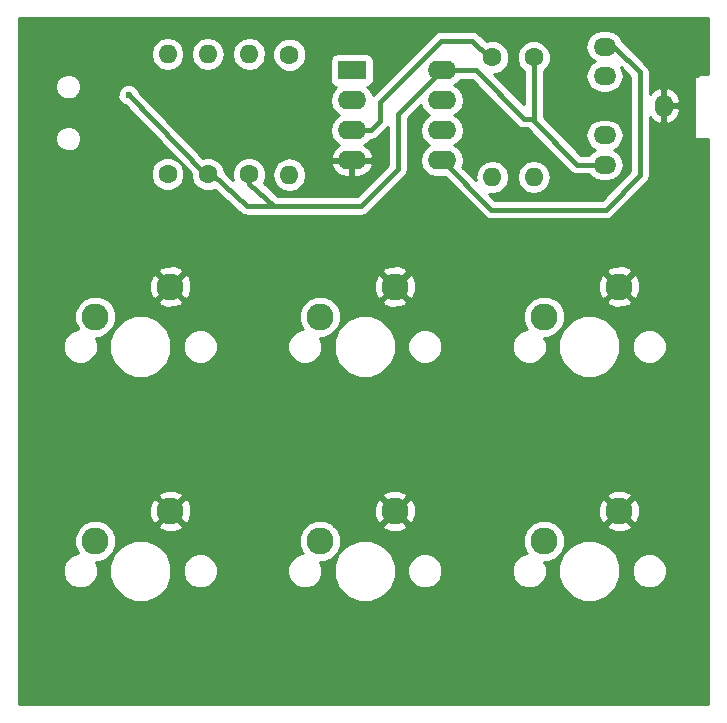
<source format=gbl>
G04 #@! TF.FileFunction,Copper,L2,Bot,Signal*
%FSLAX46Y46*%
G04 Gerber Fmt 4.6, Leading zero omitted, Abs format (unit mm)*
G04 Created by KiCad (PCBNEW 4.0.6) date Sunday, July 23, 2017 'AMt' 03:34:07 AM*
%MOMM*%
%LPD*%
G01*
G04 APERTURE LIST*
%ADD10C,0.100000*%
%ADD11C,2.286000*%
%ADD12O,1.524000X1.900000*%
%ADD13O,1.900000X1.524000*%
%ADD14R,2.400000X1.600000*%
%ADD15O,2.400000X1.600000*%
%ADD16C,1.600000*%
%ADD17O,1.600000X1.600000*%
%ADD18C,0.600000*%
%ADD19C,0.400000*%
%ADD20C,0.254000*%
G04 APERTURE END LIST*
D10*
D11*
X123412000Y-113947000D03*
X117062000Y-116487000D03*
X142412000Y-94947000D03*
X136062000Y-97487000D03*
D12*
X165172000Y-79627000D03*
D13*
X160172000Y-82127000D03*
X160172000Y-77127000D03*
X160172000Y-84627000D03*
X160172000Y-74627000D03*
D14*
X138772000Y-76627000D03*
D15*
X146392000Y-84247000D03*
X138772000Y-79167000D03*
X146392000Y-81707000D03*
X138772000Y-81707000D03*
X146392000Y-79167000D03*
X138772000Y-84247000D03*
X146392000Y-76627000D03*
D16*
X126572000Y-85427000D03*
D17*
X126572000Y-75267000D03*
D16*
X123172000Y-85427000D03*
D17*
X123172000Y-75267000D03*
D16*
X130072000Y-85427000D03*
D17*
X130072000Y-75267000D03*
D16*
X133472000Y-75327000D03*
D17*
X133472000Y-85487000D03*
D16*
X154172000Y-75527000D03*
D17*
X154172000Y-85687000D03*
D16*
X150672000Y-75527000D03*
D17*
X150672000Y-85687000D03*
D11*
X123412000Y-94947000D03*
X117062000Y-97487000D03*
X142412000Y-113947000D03*
X136062000Y-116487000D03*
X161412000Y-94947000D03*
X155062000Y-97487000D03*
X161412000Y-113947000D03*
X155062000Y-116487000D03*
D18*
X119872000Y-78727000D03*
D19*
X119872000Y-78727000D02*
X126372000Y-85427000D01*
X126372000Y-85427000D02*
X126572000Y-85427000D01*
X130072000Y-85427000D02*
X130072000Y-86227000D01*
X130072000Y-86227000D02*
X132172000Y-88127000D01*
X126572000Y-85427000D02*
X126972000Y-85427000D01*
X126972000Y-85427000D02*
X129872000Y-88127000D01*
X129872000Y-88127000D02*
X132172000Y-88127000D01*
X132172000Y-88127000D02*
X139572000Y-88127000D01*
X139572000Y-88127000D02*
X142672000Y-85027000D01*
X142672000Y-85027000D02*
X142672000Y-80347000D01*
X142672000Y-80347000D02*
X146392000Y-76627000D01*
X146392000Y-76627000D02*
X149272000Y-76627000D01*
X153372000Y-80727000D02*
X154172000Y-80727000D01*
X149272000Y-76627000D02*
X153372000Y-80727000D01*
X160172000Y-84627000D02*
X157872000Y-84627000D01*
X154172000Y-80927000D02*
X154172000Y-80727000D01*
X154172000Y-80727000D02*
X154172000Y-75527000D01*
X157872000Y-84627000D02*
X154172000Y-80927000D01*
X150672000Y-75527000D02*
X150372000Y-75527000D01*
X150372000Y-75527000D02*
X148972000Y-74127000D01*
X140392000Y-81707000D02*
X138772000Y-81707000D01*
X141172000Y-80927000D02*
X140392000Y-81707000D01*
X141172000Y-79307000D02*
X141172000Y-80927000D01*
X146352000Y-74127000D02*
X141172000Y-79307000D01*
X148972000Y-74127000D02*
X146352000Y-74127000D01*
X160172000Y-74627000D02*
X160972000Y-74627000D01*
X160972000Y-74627000D02*
X163172000Y-76827000D01*
X163172000Y-76827000D02*
X163172000Y-85527000D01*
X163172000Y-85527000D02*
X160272000Y-88427000D01*
X160272000Y-88427000D02*
X150572000Y-88427000D01*
X150572000Y-88427000D02*
X146392000Y-84247000D01*
D20*
G36*
X168962000Y-76917000D02*
X168472000Y-76917000D01*
X168200295Y-76971046D01*
X168007301Y-77100000D01*
X167872000Y-77100000D01*
X167822590Y-77110006D01*
X167780965Y-77138447D01*
X167753685Y-77180841D01*
X167745000Y-77227000D01*
X167745000Y-82327000D01*
X167755006Y-82376410D01*
X167783447Y-82418035D01*
X167825841Y-82445315D01*
X167872000Y-82454000D01*
X168962000Y-82454000D01*
X168962000Y-130317000D01*
X110582000Y-130317000D01*
X110582000Y-119321267D01*
X114305842Y-119321267D01*
X114531580Y-119867595D01*
X114949206Y-120285951D01*
X115495139Y-120512642D01*
X116086267Y-120513158D01*
X116632595Y-120287420D01*
X117050951Y-119869794D01*
X117184726Y-119547626D01*
X118242645Y-119547626D01*
X118642028Y-120514207D01*
X119380904Y-121254373D01*
X120346785Y-121655442D01*
X121392626Y-121656355D01*
X122359207Y-121256972D01*
X123099373Y-120518096D01*
X123500442Y-119552215D01*
X123500643Y-119321267D01*
X124465842Y-119321267D01*
X124691580Y-119867595D01*
X125109206Y-120285951D01*
X125655139Y-120512642D01*
X126246267Y-120513158D01*
X126792595Y-120287420D01*
X127210951Y-119869794D01*
X127437642Y-119323861D01*
X127437644Y-119321267D01*
X133305842Y-119321267D01*
X133531580Y-119867595D01*
X133949206Y-120285951D01*
X134495139Y-120512642D01*
X135086267Y-120513158D01*
X135632595Y-120287420D01*
X136050951Y-119869794D01*
X136184726Y-119547626D01*
X137242645Y-119547626D01*
X137642028Y-120514207D01*
X138380904Y-121254373D01*
X139346785Y-121655442D01*
X140392626Y-121656355D01*
X141359207Y-121256972D01*
X142099373Y-120518096D01*
X142500442Y-119552215D01*
X142500643Y-119321267D01*
X143465842Y-119321267D01*
X143691580Y-119867595D01*
X144109206Y-120285951D01*
X144655139Y-120512642D01*
X145246267Y-120513158D01*
X145792595Y-120287420D01*
X146210951Y-119869794D01*
X146437642Y-119323861D01*
X146437644Y-119321267D01*
X152305842Y-119321267D01*
X152531580Y-119867595D01*
X152949206Y-120285951D01*
X153495139Y-120512642D01*
X154086267Y-120513158D01*
X154632595Y-120287420D01*
X155050951Y-119869794D01*
X155184726Y-119547626D01*
X156242645Y-119547626D01*
X156642028Y-120514207D01*
X157380904Y-121254373D01*
X158346785Y-121655442D01*
X159392626Y-121656355D01*
X160359207Y-121256972D01*
X161099373Y-120518096D01*
X161500442Y-119552215D01*
X161500643Y-119321267D01*
X162465842Y-119321267D01*
X162691580Y-119867595D01*
X163109206Y-120285951D01*
X163655139Y-120512642D01*
X164246267Y-120513158D01*
X164792595Y-120287420D01*
X165210951Y-119869794D01*
X165437642Y-119323861D01*
X165438158Y-118732733D01*
X165212420Y-118186405D01*
X164794794Y-117768049D01*
X164248861Y-117541358D01*
X163657733Y-117540842D01*
X163111405Y-117766580D01*
X162693049Y-118184206D01*
X162466358Y-118730139D01*
X162465842Y-119321267D01*
X161500643Y-119321267D01*
X161501355Y-118506374D01*
X161101972Y-117539793D01*
X160363096Y-116799627D01*
X159397215Y-116398558D01*
X158351374Y-116397645D01*
X157384793Y-116797028D01*
X156644627Y-117535904D01*
X156243558Y-118501785D01*
X156242645Y-119547626D01*
X155184726Y-119547626D01*
X155277642Y-119323861D01*
X155278158Y-118732733D01*
X155084903Y-118265021D01*
X155414114Y-118265308D01*
X156067840Y-117995194D01*
X156568436Y-117495471D01*
X156839691Y-116842218D01*
X156840308Y-116134886D01*
X156570194Y-115481160D01*
X156292483Y-115202963D01*
X160335642Y-115202963D01*
X160451806Y-115484658D01*
X161113333Y-115735062D01*
X161820329Y-115713249D01*
X162372194Y-115484658D01*
X162488358Y-115202963D01*
X161412000Y-114126605D01*
X160335642Y-115202963D01*
X156292483Y-115202963D01*
X156070471Y-114980564D01*
X155417218Y-114709309D01*
X154709886Y-114708692D01*
X154056160Y-114978806D01*
X153555564Y-115478529D01*
X153284309Y-116131782D01*
X153283692Y-116839114D01*
X153553806Y-117492840D01*
X153601815Y-117540933D01*
X153497733Y-117540842D01*
X152951405Y-117766580D01*
X152533049Y-118184206D01*
X152306358Y-118730139D01*
X152305842Y-119321267D01*
X146437644Y-119321267D01*
X146438158Y-118732733D01*
X146212420Y-118186405D01*
X145794794Y-117768049D01*
X145248861Y-117541358D01*
X144657733Y-117540842D01*
X144111405Y-117766580D01*
X143693049Y-118184206D01*
X143466358Y-118730139D01*
X143465842Y-119321267D01*
X142500643Y-119321267D01*
X142501355Y-118506374D01*
X142101972Y-117539793D01*
X141363096Y-116799627D01*
X140397215Y-116398558D01*
X139351374Y-116397645D01*
X138384793Y-116797028D01*
X137644627Y-117535904D01*
X137243558Y-118501785D01*
X137242645Y-119547626D01*
X136184726Y-119547626D01*
X136277642Y-119323861D01*
X136278158Y-118732733D01*
X136084903Y-118265021D01*
X136414114Y-118265308D01*
X137067840Y-117995194D01*
X137568436Y-117495471D01*
X137839691Y-116842218D01*
X137840308Y-116134886D01*
X137570194Y-115481160D01*
X137292483Y-115202963D01*
X141335642Y-115202963D01*
X141451806Y-115484658D01*
X142113333Y-115735062D01*
X142820329Y-115713249D01*
X143372194Y-115484658D01*
X143488358Y-115202963D01*
X142412000Y-114126605D01*
X141335642Y-115202963D01*
X137292483Y-115202963D01*
X137070471Y-114980564D01*
X136417218Y-114709309D01*
X135709886Y-114708692D01*
X135056160Y-114978806D01*
X134555564Y-115478529D01*
X134284309Y-116131782D01*
X134283692Y-116839114D01*
X134553806Y-117492840D01*
X134601815Y-117540933D01*
X134497733Y-117540842D01*
X133951405Y-117766580D01*
X133533049Y-118184206D01*
X133306358Y-118730139D01*
X133305842Y-119321267D01*
X127437644Y-119321267D01*
X127438158Y-118732733D01*
X127212420Y-118186405D01*
X126794794Y-117768049D01*
X126248861Y-117541358D01*
X125657733Y-117540842D01*
X125111405Y-117766580D01*
X124693049Y-118184206D01*
X124466358Y-118730139D01*
X124465842Y-119321267D01*
X123500643Y-119321267D01*
X123501355Y-118506374D01*
X123101972Y-117539793D01*
X122363096Y-116799627D01*
X121397215Y-116398558D01*
X120351374Y-116397645D01*
X119384793Y-116797028D01*
X118644627Y-117535904D01*
X118243558Y-118501785D01*
X118242645Y-119547626D01*
X117184726Y-119547626D01*
X117277642Y-119323861D01*
X117278158Y-118732733D01*
X117084903Y-118265021D01*
X117414114Y-118265308D01*
X118067840Y-117995194D01*
X118568436Y-117495471D01*
X118839691Y-116842218D01*
X118840308Y-116134886D01*
X118570194Y-115481160D01*
X118292483Y-115202963D01*
X122335642Y-115202963D01*
X122451806Y-115484658D01*
X123113333Y-115735062D01*
X123820329Y-115713249D01*
X124372194Y-115484658D01*
X124488358Y-115202963D01*
X123412000Y-114126605D01*
X122335642Y-115202963D01*
X118292483Y-115202963D01*
X118070471Y-114980564D01*
X117417218Y-114709309D01*
X116709886Y-114708692D01*
X116056160Y-114978806D01*
X115555564Y-115478529D01*
X115284309Y-116131782D01*
X115283692Y-116839114D01*
X115553806Y-117492840D01*
X115601815Y-117540933D01*
X115497733Y-117540842D01*
X114951405Y-117766580D01*
X114533049Y-118184206D01*
X114306358Y-118730139D01*
X114305842Y-119321267D01*
X110582000Y-119321267D01*
X110582000Y-113648333D01*
X121623938Y-113648333D01*
X121645751Y-114355329D01*
X121874342Y-114907194D01*
X122156037Y-115023358D01*
X123232395Y-113947000D01*
X123591605Y-113947000D01*
X124667963Y-115023358D01*
X124949658Y-114907194D01*
X125200062Y-114245667D01*
X125181633Y-113648333D01*
X140623938Y-113648333D01*
X140645751Y-114355329D01*
X140874342Y-114907194D01*
X141156037Y-115023358D01*
X142232395Y-113947000D01*
X142591605Y-113947000D01*
X143667963Y-115023358D01*
X143949658Y-114907194D01*
X144200062Y-114245667D01*
X144181633Y-113648333D01*
X159623938Y-113648333D01*
X159645751Y-114355329D01*
X159874342Y-114907194D01*
X160156037Y-115023358D01*
X161232395Y-113947000D01*
X161591605Y-113947000D01*
X162667963Y-115023358D01*
X162949658Y-114907194D01*
X163200062Y-114245667D01*
X163178249Y-113538671D01*
X162949658Y-112986806D01*
X162667963Y-112870642D01*
X161591605Y-113947000D01*
X161232395Y-113947000D01*
X160156037Y-112870642D01*
X159874342Y-112986806D01*
X159623938Y-113648333D01*
X144181633Y-113648333D01*
X144178249Y-113538671D01*
X143949658Y-112986806D01*
X143667963Y-112870642D01*
X142591605Y-113947000D01*
X142232395Y-113947000D01*
X141156037Y-112870642D01*
X140874342Y-112986806D01*
X140623938Y-113648333D01*
X125181633Y-113648333D01*
X125178249Y-113538671D01*
X124949658Y-112986806D01*
X124667963Y-112870642D01*
X123591605Y-113947000D01*
X123232395Y-113947000D01*
X122156037Y-112870642D01*
X121874342Y-112986806D01*
X121623938Y-113648333D01*
X110582000Y-113648333D01*
X110582000Y-112691037D01*
X122335642Y-112691037D01*
X123412000Y-113767395D01*
X124488358Y-112691037D01*
X141335642Y-112691037D01*
X142412000Y-113767395D01*
X143488358Y-112691037D01*
X160335642Y-112691037D01*
X161412000Y-113767395D01*
X162488358Y-112691037D01*
X162372194Y-112409342D01*
X161710667Y-112158938D01*
X161003671Y-112180751D01*
X160451806Y-112409342D01*
X160335642Y-112691037D01*
X143488358Y-112691037D01*
X143372194Y-112409342D01*
X142710667Y-112158938D01*
X142003671Y-112180751D01*
X141451806Y-112409342D01*
X141335642Y-112691037D01*
X124488358Y-112691037D01*
X124372194Y-112409342D01*
X123710667Y-112158938D01*
X123003671Y-112180751D01*
X122451806Y-112409342D01*
X122335642Y-112691037D01*
X110582000Y-112691037D01*
X110582000Y-100321267D01*
X114305842Y-100321267D01*
X114531580Y-100867595D01*
X114949206Y-101285951D01*
X115495139Y-101512642D01*
X116086267Y-101513158D01*
X116632595Y-101287420D01*
X117050951Y-100869794D01*
X117184726Y-100547626D01*
X118242645Y-100547626D01*
X118642028Y-101514207D01*
X119380904Y-102254373D01*
X120346785Y-102655442D01*
X121392626Y-102656355D01*
X122359207Y-102256972D01*
X123099373Y-101518096D01*
X123500442Y-100552215D01*
X123500643Y-100321267D01*
X124465842Y-100321267D01*
X124691580Y-100867595D01*
X125109206Y-101285951D01*
X125655139Y-101512642D01*
X126246267Y-101513158D01*
X126792595Y-101287420D01*
X127210951Y-100869794D01*
X127437642Y-100323861D01*
X127437644Y-100321267D01*
X133305842Y-100321267D01*
X133531580Y-100867595D01*
X133949206Y-101285951D01*
X134495139Y-101512642D01*
X135086267Y-101513158D01*
X135632595Y-101287420D01*
X136050951Y-100869794D01*
X136184726Y-100547626D01*
X137242645Y-100547626D01*
X137642028Y-101514207D01*
X138380904Y-102254373D01*
X139346785Y-102655442D01*
X140392626Y-102656355D01*
X141359207Y-102256972D01*
X142099373Y-101518096D01*
X142500442Y-100552215D01*
X142500643Y-100321267D01*
X143465842Y-100321267D01*
X143691580Y-100867595D01*
X144109206Y-101285951D01*
X144655139Y-101512642D01*
X145246267Y-101513158D01*
X145792595Y-101287420D01*
X146210951Y-100869794D01*
X146437642Y-100323861D01*
X146437644Y-100321267D01*
X152305842Y-100321267D01*
X152531580Y-100867595D01*
X152949206Y-101285951D01*
X153495139Y-101512642D01*
X154086267Y-101513158D01*
X154632595Y-101287420D01*
X155050951Y-100869794D01*
X155184726Y-100547626D01*
X156242645Y-100547626D01*
X156642028Y-101514207D01*
X157380904Y-102254373D01*
X158346785Y-102655442D01*
X159392626Y-102656355D01*
X160359207Y-102256972D01*
X161099373Y-101518096D01*
X161500442Y-100552215D01*
X161500643Y-100321267D01*
X162465842Y-100321267D01*
X162691580Y-100867595D01*
X163109206Y-101285951D01*
X163655139Y-101512642D01*
X164246267Y-101513158D01*
X164792595Y-101287420D01*
X165210951Y-100869794D01*
X165437642Y-100323861D01*
X165438158Y-99732733D01*
X165212420Y-99186405D01*
X164794794Y-98768049D01*
X164248861Y-98541358D01*
X163657733Y-98540842D01*
X163111405Y-98766580D01*
X162693049Y-99184206D01*
X162466358Y-99730139D01*
X162465842Y-100321267D01*
X161500643Y-100321267D01*
X161501355Y-99506374D01*
X161101972Y-98539793D01*
X160363096Y-97799627D01*
X159397215Y-97398558D01*
X158351374Y-97397645D01*
X157384793Y-97797028D01*
X156644627Y-98535904D01*
X156243558Y-99501785D01*
X156242645Y-100547626D01*
X155184726Y-100547626D01*
X155277642Y-100323861D01*
X155278158Y-99732733D01*
X155084903Y-99265021D01*
X155414114Y-99265308D01*
X156067840Y-98995194D01*
X156568436Y-98495471D01*
X156839691Y-97842218D01*
X156840308Y-97134886D01*
X156570194Y-96481160D01*
X156292483Y-96202963D01*
X160335642Y-96202963D01*
X160451806Y-96484658D01*
X161113333Y-96735062D01*
X161820329Y-96713249D01*
X162372194Y-96484658D01*
X162488358Y-96202963D01*
X161412000Y-95126605D01*
X160335642Y-96202963D01*
X156292483Y-96202963D01*
X156070471Y-95980564D01*
X155417218Y-95709309D01*
X154709886Y-95708692D01*
X154056160Y-95978806D01*
X153555564Y-96478529D01*
X153284309Y-97131782D01*
X153283692Y-97839114D01*
X153553806Y-98492840D01*
X153601815Y-98540933D01*
X153497733Y-98540842D01*
X152951405Y-98766580D01*
X152533049Y-99184206D01*
X152306358Y-99730139D01*
X152305842Y-100321267D01*
X146437644Y-100321267D01*
X146438158Y-99732733D01*
X146212420Y-99186405D01*
X145794794Y-98768049D01*
X145248861Y-98541358D01*
X144657733Y-98540842D01*
X144111405Y-98766580D01*
X143693049Y-99184206D01*
X143466358Y-99730139D01*
X143465842Y-100321267D01*
X142500643Y-100321267D01*
X142501355Y-99506374D01*
X142101972Y-98539793D01*
X141363096Y-97799627D01*
X140397215Y-97398558D01*
X139351374Y-97397645D01*
X138384793Y-97797028D01*
X137644627Y-98535904D01*
X137243558Y-99501785D01*
X137242645Y-100547626D01*
X136184726Y-100547626D01*
X136277642Y-100323861D01*
X136278158Y-99732733D01*
X136084903Y-99265021D01*
X136414114Y-99265308D01*
X137067840Y-98995194D01*
X137568436Y-98495471D01*
X137839691Y-97842218D01*
X137840308Y-97134886D01*
X137570194Y-96481160D01*
X137292483Y-96202963D01*
X141335642Y-96202963D01*
X141451806Y-96484658D01*
X142113333Y-96735062D01*
X142820329Y-96713249D01*
X143372194Y-96484658D01*
X143488358Y-96202963D01*
X142412000Y-95126605D01*
X141335642Y-96202963D01*
X137292483Y-96202963D01*
X137070471Y-95980564D01*
X136417218Y-95709309D01*
X135709886Y-95708692D01*
X135056160Y-95978806D01*
X134555564Y-96478529D01*
X134284309Y-97131782D01*
X134283692Y-97839114D01*
X134553806Y-98492840D01*
X134601815Y-98540933D01*
X134497733Y-98540842D01*
X133951405Y-98766580D01*
X133533049Y-99184206D01*
X133306358Y-99730139D01*
X133305842Y-100321267D01*
X127437644Y-100321267D01*
X127438158Y-99732733D01*
X127212420Y-99186405D01*
X126794794Y-98768049D01*
X126248861Y-98541358D01*
X125657733Y-98540842D01*
X125111405Y-98766580D01*
X124693049Y-99184206D01*
X124466358Y-99730139D01*
X124465842Y-100321267D01*
X123500643Y-100321267D01*
X123501355Y-99506374D01*
X123101972Y-98539793D01*
X122363096Y-97799627D01*
X121397215Y-97398558D01*
X120351374Y-97397645D01*
X119384793Y-97797028D01*
X118644627Y-98535904D01*
X118243558Y-99501785D01*
X118242645Y-100547626D01*
X117184726Y-100547626D01*
X117277642Y-100323861D01*
X117278158Y-99732733D01*
X117084903Y-99265021D01*
X117414114Y-99265308D01*
X118067840Y-98995194D01*
X118568436Y-98495471D01*
X118839691Y-97842218D01*
X118840308Y-97134886D01*
X118570194Y-96481160D01*
X118292483Y-96202963D01*
X122335642Y-96202963D01*
X122451806Y-96484658D01*
X123113333Y-96735062D01*
X123820329Y-96713249D01*
X124372194Y-96484658D01*
X124488358Y-96202963D01*
X123412000Y-95126605D01*
X122335642Y-96202963D01*
X118292483Y-96202963D01*
X118070471Y-95980564D01*
X117417218Y-95709309D01*
X116709886Y-95708692D01*
X116056160Y-95978806D01*
X115555564Y-96478529D01*
X115284309Y-97131782D01*
X115283692Y-97839114D01*
X115553806Y-98492840D01*
X115601815Y-98540933D01*
X115497733Y-98540842D01*
X114951405Y-98766580D01*
X114533049Y-99184206D01*
X114306358Y-99730139D01*
X114305842Y-100321267D01*
X110582000Y-100321267D01*
X110582000Y-94648333D01*
X121623938Y-94648333D01*
X121645751Y-95355329D01*
X121874342Y-95907194D01*
X122156037Y-96023358D01*
X123232395Y-94947000D01*
X123591605Y-94947000D01*
X124667963Y-96023358D01*
X124949658Y-95907194D01*
X125200062Y-95245667D01*
X125181633Y-94648333D01*
X140623938Y-94648333D01*
X140645751Y-95355329D01*
X140874342Y-95907194D01*
X141156037Y-96023358D01*
X142232395Y-94947000D01*
X142591605Y-94947000D01*
X143667963Y-96023358D01*
X143949658Y-95907194D01*
X144200062Y-95245667D01*
X144181633Y-94648333D01*
X159623938Y-94648333D01*
X159645751Y-95355329D01*
X159874342Y-95907194D01*
X160156037Y-96023358D01*
X161232395Y-94947000D01*
X161591605Y-94947000D01*
X162667963Y-96023358D01*
X162949658Y-95907194D01*
X163200062Y-95245667D01*
X163178249Y-94538671D01*
X162949658Y-93986806D01*
X162667963Y-93870642D01*
X161591605Y-94947000D01*
X161232395Y-94947000D01*
X160156037Y-93870642D01*
X159874342Y-93986806D01*
X159623938Y-94648333D01*
X144181633Y-94648333D01*
X144178249Y-94538671D01*
X143949658Y-93986806D01*
X143667963Y-93870642D01*
X142591605Y-94947000D01*
X142232395Y-94947000D01*
X141156037Y-93870642D01*
X140874342Y-93986806D01*
X140623938Y-94648333D01*
X125181633Y-94648333D01*
X125178249Y-94538671D01*
X124949658Y-93986806D01*
X124667963Y-93870642D01*
X123591605Y-94947000D01*
X123232395Y-94947000D01*
X122156037Y-93870642D01*
X121874342Y-93986806D01*
X121623938Y-94648333D01*
X110582000Y-94648333D01*
X110582000Y-93691037D01*
X122335642Y-93691037D01*
X123412000Y-94767395D01*
X124488358Y-93691037D01*
X141335642Y-93691037D01*
X142412000Y-94767395D01*
X143488358Y-93691037D01*
X160335642Y-93691037D01*
X161412000Y-94767395D01*
X162488358Y-93691037D01*
X162372194Y-93409342D01*
X161710667Y-93158938D01*
X161003671Y-93180751D01*
X160451806Y-93409342D01*
X160335642Y-93691037D01*
X143488358Y-93691037D01*
X143372194Y-93409342D01*
X142710667Y-93158938D01*
X142003671Y-93180751D01*
X141451806Y-93409342D01*
X141335642Y-93691037D01*
X124488358Y-93691037D01*
X124372194Y-93409342D01*
X123710667Y-93158938D01*
X123003671Y-93180751D01*
X122451806Y-93409342D01*
X122335642Y-93691037D01*
X110582000Y-93691037D01*
X110582000Y-85711187D01*
X121736752Y-85711187D01*
X121954757Y-86238800D01*
X122358077Y-86642824D01*
X122885309Y-86861750D01*
X123456187Y-86862248D01*
X123983800Y-86644243D01*
X124387824Y-86240923D01*
X124606750Y-85713691D01*
X124607248Y-85142813D01*
X124389243Y-84615200D01*
X123985923Y-84211176D01*
X123458691Y-83992250D01*
X122887813Y-83991752D01*
X122360200Y-84209757D01*
X121956176Y-84613077D01*
X121737250Y-85140309D01*
X121736752Y-85711187D01*
X110582000Y-85711187D01*
X110582000Y-82641873D01*
X113686812Y-82641873D01*
X113851646Y-83040800D01*
X114156595Y-83346282D01*
X114555233Y-83511811D01*
X114986873Y-83512188D01*
X115385800Y-83347354D01*
X115691282Y-83042405D01*
X115856811Y-82643767D01*
X115857188Y-82212127D01*
X115692354Y-81813200D01*
X115387405Y-81507718D01*
X114988767Y-81342189D01*
X114557127Y-81341812D01*
X114158200Y-81506646D01*
X113852718Y-81811595D01*
X113687189Y-82210233D01*
X113686812Y-82641873D01*
X110582000Y-82641873D01*
X110582000Y-78241873D01*
X113686812Y-78241873D01*
X113851646Y-78640800D01*
X114156595Y-78946282D01*
X114555233Y-79111811D01*
X114986873Y-79112188D01*
X115385800Y-78947354D01*
X115421048Y-78912167D01*
X118936838Y-78912167D01*
X119078883Y-79255943D01*
X119341673Y-79519192D01*
X119568574Y-79613410D01*
X125137064Y-85353239D01*
X125136752Y-85711187D01*
X125354757Y-86238800D01*
X125758077Y-86642824D01*
X126285309Y-86861750D01*
X126856187Y-86862248D01*
X127155392Y-86738619D01*
X129303016Y-88738132D01*
X129429170Y-88816060D01*
X129552459Y-88898439D01*
X129567313Y-88901394D01*
X129580198Y-88909353D01*
X129726572Y-88933072D01*
X129872000Y-88962000D01*
X139572000Y-88962000D01*
X139891541Y-88898439D01*
X140162434Y-88717434D01*
X143262434Y-85617434D01*
X143268859Y-85607818D01*
X143443439Y-85346541D01*
X143507000Y-85027000D01*
X143507000Y-80692868D01*
X144605966Y-79593902D01*
X144630283Y-79716151D01*
X144941352Y-80181698D01*
X145323438Y-80437000D01*
X144941352Y-80692302D01*
X144630283Y-81157849D01*
X144521050Y-81707000D01*
X144630283Y-82256151D01*
X144941352Y-82721698D01*
X145323438Y-82977000D01*
X144941352Y-83232302D01*
X144630283Y-83697849D01*
X144521050Y-84247000D01*
X144630283Y-84796151D01*
X144941352Y-85261698D01*
X145406899Y-85572767D01*
X145956050Y-85682000D01*
X146646132Y-85682000D01*
X149981566Y-89017434D01*
X150252460Y-89198440D01*
X150572000Y-89262000D01*
X160272000Y-89262000D01*
X160591541Y-89198439D01*
X160862434Y-89017434D01*
X163762434Y-86117434D01*
X163797961Y-86064264D01*
X163943439Y-85846541D01*
X164007000Y-85527000D01*
X164007000Y-80565663D01*
X164299889Y-80911579D01*
X164785917Y-81161849D01*
X164828930Y-81169220D01*
X165045000Y-81046720D01*
X165045000Y-79754000D01*
X165299000Y-79754000D01*
X165299000Y-81046720D01*
X165515070Y-81169220D01*
X165558083Y-81161849D01*
X166044111Y-80911579D01*
X166397368Y-80494365D01*
X166564074Y-79973723D01*
X166413015Y-79754000D01*
X165299000Y-79754000D01*
X165045000Y-79754000D01*
X165025000Y-79754000D01*
X165025000Y-79500000D01*
X165045000Y-79500000D01*
X165045000Y-78207280D01*
X165299000Y-78207280D01*
X165299000Y-79500000D01*
X166413015Y-79500000D01*
X166564074Y-79280277D01*
X166397368Y-78759635D01*
X166044111Y-78342421D01*
X165558083Y-78092151D01*
X165515070Y-78084780D01*
X165299000Y-78207280D01*
X165045000Y-78207280D01*
X164828930Y-78084780D01*
X164785917Y-78092151D01*
X164299889Y-78342421D01*
X164007000Y-78688337D01*
X164007000Y-76827000D01*
X163943439Y-76507459D01*
X163762434Y-76236566D01*
X161697467Y-74171599D01*
X161681712Y-74092391D01*
X161378880Y-73639172D01*
X160925661Y-73336340D01*
X160391052Y-73230000D01*
X159952948Y-73230000D01*
X159418339Y-73336340D01*
X158965120Y-73639172D01*
X158662288Y-74092391D01*
X158555948Y-74627000D01*
X158662288Y-75161609D01*
X158965120Y-75614828D01*
X159357487Y-75877000D01*
X158965120Y-76139172D01*
X158662288Y-76592391D01*
X158555948Y-77127000D01*
X158662288Y-77661609D01*
X158965120Y-78114828D01*
X159418339Y-78417660D01*
X159952948Y-78524000D01*
X160391052Y-78524000D01*
X160925661Y-78417660D01*
X161378880Y-78114828D01*
X161681712Y-77661609D01*
X161788052Y-77127000D01*
X161681712Y-76592391D01*
X161531066Y-76366934D01*
X162337000Y-77172868D01*
X162337000Y-85181132D01*
X159926132Y-87592000D01*
X150917868Y-87592000D01*
X150427309Y-87101441D01*
X150672000Y-87150113D01*
X151221151Y-87040880D01*
X151686698Y-86729811D01*
X151997767Y-86264264D01*
X152107000Y-85715113D01*
X152107000Y-85658887D01*
X152737000Y-85658887D01*
X152737000Y-85715113D01*
X152846233Y-86264264D01*
X153157302Y-86729811D01*
X153622849Y-87040880D01*
X154172000Y-87150113D01*
X154721151Y-87040880D01*
X155186698Y-86729811D01*
X155497767Y-86264264D01*
X155607000Y-85715113D01*
X155607000Y-85658887D01*
X155497767Y-85109736D01*
X155186698Y-84644189D01*
X154721151Y-84333120D01*
X154172000Y-84223887D01*
X153622849Y-84333120D01*
X153157302Y-84644189D01*
X152846233Y-85109736D01*
X152737000Y-85658887D01*
X152107000Y-85658887D01*
X151997767Y-85109736D01*
X151686698Y-84644189D01*
X151221151Y-84333120D01*
X150672000Y-84223887D01*
X150122849Y-84333120D01*
X149657302Y-84644189D01*
X149346233Y-85109736D01*
X149237000Y-85658887D01*
X149237000Y-85715113D01*
X149285672Y-85959804D01*
X148141021Y-84815153D01*
X148153717Y-84796151D01*
X148262950Y-84247000D01*
X148153717Y-83697849D01*
X147842648Y-83232302D01*
X147460562Y-82977000D01*
X147842648Y-82721698D01*
X148153717Y-82256151D01*
X148262950Y-81707000D01*
X148153717Y-81157849D01*
X147842648Y-80692302D01*
X147460562Y-80437000D01*
X147842648Y-80181698D01*
X148153717Y-79716151D01*
X148262950Y-79167000D01*
X148153717Y-78617849D01*
X147842648Y-78152302D01*
X147460562Y-77897000D01*
X147842648Y-77641698D01*
X147962719Y-77462000D01*
X148926132Y-77462000D01*
X152781566Y-81317434D01*
X153052460Y-81498440D01*
X153372000Y-81562000D01*
X153626132Y-81562000D01*
X157281566Y-85217434D01*
X157552459Y-85398439D01*
X157872000Y-85462000D01*
X158863003Y-85462000D01*
X158965120Y-85614828D01*
X159418339Y-85917660D01*
X159952948Y-86024000D01*
X160391052Y-86024000D01*
X160925661Y-85917660D01*
X161378880Y-85614828D01*
X161681712Y-85161609D01*
X161788052Y-84627000D01*
X161681712Y-84092391D01*
X161378880Y-83639172D01*
X160986513Y-83377000D01*
X161378880Y-83114828D01*
X161681712Y-82661609D01*
X161788052Y-82127000D01*
X161681712Y-81592391D01*
X161378880Y-81139172D01*
X160925661Y-80836340D01*
X160391052Y-80730000D01*
X159952948Y-80730000D01*
X159418339Y-80836340D01*
X158965120Y-81139172D01*
X158662288Y-81592391D01*
X158555948Y-82127000D01*
X158662288Y-82661609D01*
X158965120Y-83114828D01*
X159357487Y-83377000D01*
X158965120Y-83639172D01*
X158863003Y-83792000D01*
X158217868Y-83792000D01*
X155007000Y-80581132D01*
X155007000Y-76721083D01*
X155387824Y-76340923D01*
X155606750Y-75813691D01*
X155607248Y-75242813D01*
X155389243Y-74715200D01*
X154985923Y-74311176D01*
X154458691Y-74092250D01*
X153887813Y-74091752D01*
X153360200Y-74309757D01*
X152956176Y-74713077D01*
X152737250Y-75240309D01*
X152736752Y-75811187D01*
X152954757Y-76338800D01*
X153337000Y-76721710D01*
X153337000Y-79511132D01*
X150787969Y-76962101D01*
X150956187Y-76962248D01*
X151483800Y-76744243D01*
X151887824Y-76340923D01*
X152106750Y-75813691D01*
X152107248Y-75242813D01*
X151889243Y-74715200D01*
X151485923Y-74311176D01*
X150958691Y-74092250D01*
X150387813Y-74091752D01*
X150196619Y-74170751D01*
X149562434Y-73536566D01*
X149548117Y-73527000D01*
X149291541Y-73355561D01*
X148972000Y-73292000D01*
X146352000Y-73292000D01*
X146032459Y-73355561D01*
X145775883Y-73527000D01*
X145761566Y-73536566D01*
X140581566Y-78716566D01*
X140559825Y-78749103D01*
X140533717Y-78617849D01*
X140222648Y-78152302D01*
X140076650Y-78054749D01*
X140207317Y-78030162D01*
X140423441Y-77891090D01*
X140568431Y-77678890D01*
X140619440Y-77427000D01*
X140619440Y-75827000D01*
X140575162Y-75591683D01*
X140436090Y-75375559D01*
X140223890Y-75230569D01*
X139972000Y-75179560D01*
X137572000Y-75179560D01*
X137336683Y-75223838D01*
X137120559Y-75362910D01*
X136975569Y-75575110D01*
X136924560Y-75827000D01*
X136924560Y-77427000D01*
X136968838Y-77662317D01*
X137107910Y-77878441D01*
X137320110Y-78023431D01*
X137469074Y-78053597D01*
X137321352Y-78152302D01*
X137010283Y-78617849D01*
X136901050Y-79167000D01*
X137010283Y-79716151D01*
X137321352Y-80181698D01*
X137703438Y-80437000D01*
X137321352Y-80692302D01*
X137010283Y-81157849D01*
X136901050Y-81707000D01*
X137010283Y-82256151D01*
X137321352Y-82721698D01*
X137699707Y-82974507D01*
X137267500Y-83322104D01*
X136997633Y-83815181D01*
X136980096Y-83897961D01*
X137102085Y-84120000D01*
X138645000Y-84120000D01*
X138645000Y-84100000D01*
X138899000Y-84100000D01*
X138899000Y-84120000D01*
X140441915Y-84120000D01*
X140563904Y-83897961D01*
X140546367Y-83815181D01*
X140276500Y-83322104D01*
X139844293Y-82974507D01*
X140222648Y-82721698D01*
X140342719Y-82542000D01*
X140392000Y-82542000D01*
X140711541Y-82478439D01*
X140982434Y-82297434D01*
X141762434Y-81517434D01*
X141837000Y-81405838D01*
X141837000Y-84681132D01*
X139226132Y-87292000D01*
X132493677Y-87292000D01*
X131299877Y-86211895D01*
X131506750Y-85713691D01*
X131506972Y-85458887D01*
X132037000Y-85458887D01*
X132037000Y-85515113D01*
X132146233Y-86064264D01*
X132457302Y-86529811D01*
X132922849Y-86840880D01*
X133472000Y-86950113D01*
X134021151Y-86840880D01*
X134486698Y-86529811D01*
X134797767Y-86064264D01*
X134907000Y-85515113D01*
X134907000Y-85458887D01*
X134797767Y-84909736D01*
X134588162Y-84596039D01*
X136980096Y-84596039D01*
X136997633Y-84678819D01*
X137267500Y-85171896D01*
X137705517Y-85524166D01*
X138245000Y-85682000D01*
X138645000Y-85682000D01*
X138645000Y-84374000D01*
X138899000Y-84374000D01*
X138899000Y-85682000D01*
X139299000Y-85682000D01*
X139838483Y-85524166D01*
X140276500Y-85171896D01*
X140546367Y-84678819D01*
X140563904Y-84596039D01*
X140441915Y-84374000D01*
X138899000Y-84374000D01*
X138645000Y-84374000D01*
X137102085Y-84374000D01*
X136980096Y-84596039D01*
X134588162Y-84596039D01*
X134486698Y-84444189D01*
X134021151Y-84133120D01*
X133472000Y-84023887D01*
X132922849Y-84133120D01*
X132457302Y-84444189D01*
X132146233Y-84909736D01*
X132037000Y-85458887D01*
X131506972Y-85458887D01*
X131507248Y-85142813D01*
X131289243Y-84615200D01*
X130885923Y-84211176D01*
X130358691Y-83992250D01*
X129787813Y-83991752D01*
X129260200Y-84209757D01*
X128856176Y-84613077D01*
X128637250Y-85140309D01*
X128636752Y-85711187D01*
X128720611Y-85914142D01*
X128007155Y-85249890D01*
X128007248Y-85142813D01*
X127789243Y-84615200D01*
X127385923Y-84211176D01*
X126858691Y-83992250D01*
X126287813Y-83991752D01*
X126184418Y-84034474D01*
X120771126Y-78454619D01*
X120665117Y-78198057D01*
X120402327Y-77934808D01*
X120058799Y-77792162D01*
X119686833Y-77791838D01*
X119343057Y-77933883D01*
X119079808Y-78196673D01*
X118937162Y-78540201D01*
X118936838Y-78912167D01*
X115421048Y-78912167D01*
X115691282Y-78642405D01*
X115856811Y-78243767D01*
X115857188Y-77812127D01*
X115692354Y-77413200D01*
X115387405Y-77107718D01*
X114988767Y-76942189D01*
X114557127Y-76941812D01*
X114158200Y-77106646D01*
X113852718Y-77411595D01*
X113687189Y-77810233D01*
X113686812Y-78241873D01*
X110582000Y-78241873D01*
X110582000Y-75238887D01*
X121737000Y-75238887D01*
X121737000Y-75295113D01*
X121846233Y-75844264D01*
X122157302Y-76309811D01*
X122622849Y-76620880D01*
X123172000Y-76730113D01*
X123721151Y-76620880D01*
X124186698Y-76309811D01*
X124497767Y-75844264D01*
X124607000Y-75295113D01*
X124607000Y-75238887D01*
X125137000Y-75238887D01*
X125137000Y-75295113D01*
X125246233Y-75844264D01*
X125557302Y-76309811D01*
X126022849Y-76620880D01*
X126572000Y-76730113D01*
X127121151Y-76620880D01*
X127586698Y-76309811D01*
X127897767Y-75844264D01*
X128007000Y-75295113D01*
X128007000Y-75238887D01*
X128637000Y-75238887D01*
X128637000Y-75295113D01*
X128746233Y-75844264D01*
X129057302Y-76309811D01*
X129522849Y-76620880D01*
X130072000Y-76730113D01*
X130621151Y-76620880D01*
X131086698Y-76309811D01*
X131397767Y-75844264D01*
X131444128Y-75611187D01*
X132036752Y-75611187D01*
X132254757Y-76138800D01*
X132658077Y-76542824D01*
X133185309Y-76761750D01*
X133756187Y-76762248D01*
X134283800Y-76544243D01*
X134687824Y-76140923D01*
X134906750Y-75613691D01*
X134907248Y-75042813D01*
X134689243Y-74515200D01*
X134285923Y-74111176D01*
X133758691Y-73892250D01*
X133187813Y-73891752D01*
X132660200Y-74109757D01*
X132256176Y-74513077D01*
X132037250Y-75040309D01*
X132036752Y-75611187D01*
X131444128Y-75611187D01*
X131507000Y-75295113D01*
X131507000Y-75238887D01*
X131397767Y-74689736D01*
X131086698Y-74224189D01*
X130621151Y-73913120D01*
X130072000Y-73803887D01*
X129522849Y-73913120D01*
X129057302Y-74224189D01*
X128746233Y-74689736D01*
X128637000Y-75238887D01*
X128007000Y-75238887D01*
X127897767Y-74689736D01*
X127586698Y-74224189D01*
X127121151Y-73913120D01*
X126572000Y-73803887D01*
X126022849Y-73913120D01*
X125557302Y-74224189D01*
X125246233Y-74689736D01*
X125137000Y-75238887D01*
X124607000Y-75238887D01*
X124497767Y-74689736D01*
X124186698Y-74224189D01*
X123721151Y-73913120D01*
X123172000Y-73803887D01*
X122622849Y-73913120D01*
X122157302Y-74224189D01*
X121846233Y-74689736D01*
X121737000Y-75238887D01*
X110582000Y-75238887D01*
X110582000Y-72237000D01*
X168962000Y-72237000D01*
X168962000Y-76917000D01*
X168962000Y-76917000D01*
G37*
X168962000Y-76917000D02*
X168472000Y-76917000D01*
X168200295Y-76971046D01*
X168007301Y-77100000D01*
X167872000Y-77100000D01*
X167822590Y-77110006D01*
X167780965Y-77138447D01*
X167753685Y-77180841D01*
X167745000Y-77227000D01*
X167745000Y-82327000D01*
X167755006Y-82376410D01*
X167783447Y-82418035D01*
X167825841Y-82445315D01*
X167872000Y-82454000D01*
X168962000Y-82454000D01*
X168962000Y-130317000D01*
X110582000Y-130317000D01*
X110582000Y-119321267D01*
X114305842Y-119321267D01*
X114531580Y-119867595D01*
X114949206Y-120285951D01*
X115495139Y-120512642D01*
X116086267Y-120513158D01*
X116632595Y-120287420D01*
X117050951Y-119869794D01*
X117184726Y-119547626D01*
X118242645Y-119547626D01*
X118642028Y-120514207D01*
X119380904Y-121254373D01*
X120346785Y-121655442D01*
X121392626Y-121656355D01*
X122359207Y-121256972D01*
X123099373Y-120518096D01*
X123500442Y-119552215D01*
X123500643Y-119321267D01*
X124465842Y-119321267D01*
X124691580Y-119867595D01*
X125109206Y-120285951D01*
X125655139Y-120512642D01*
X126246267Y-120513158D01*
X126792595Y-120287420D01*
X127210951Y-119869794D01*
X127437642Y-119323861D01*
X127437644Y-119321267D01*
X133305842Y-119321267D01*
X133531580Y-119867595D01*
X133949206Y-120285951D01*
X134495139Y-120512642D01*
X135086267Y-120513158D01*
X135632595Y-120287420D01*
X136050951Y-119869794D01*
X136184726Y-119547626D01*
X137242645Y-119547626D01*
X137642028Y-120514207D01*
X138380904Y-121254373D01*
X139346785Y-121655442D01*
X140392626Y-121656355D01*
X141359207Y-121256972D01*
X142099373Y-120518096D01*
X142500442Y-119552215D01*
X142500643Y-119321267D01*
X143465842Y-119321267D01*
X143691580Y-119867595D01*
X144109206Y-120285951D01*
X144655139Y-120512642D01*
X145246267Y-120513158D01*
X145792595Y-120287420D01*
X146210951Y-119869794D01*
X146437642Y-119323861D01*
X146437644Y-119321267D01*
X152305842Y-119321267D01*
X152531580Y-119867595D01*
X152949206Y-120285951D01*
X153495139Y-120512642D01*
X154086267Y-120513158D01*
X154632595Y-120287420D01*
X155050951Y-119869794D01*
X155184726Y-119547626D01*
X156242645Y-119547626D01*
X156642028Y-120514207D01*
X157380904Y-121254373D01*
X158346785Y-121655442D01*
X159392626Y-121656355D01*
X160359207Y-121256972D01*
X161099373Y-120518096D01*
X161500442Y-119552215D01*
X161500643Y-119321267D01*
X162465842Y-119321267D01*
X162691580Y-119867595D01*
X163109206Y-120285951D01*
X163655139Y-120512642D01*
X164246267Y-120513158D01*
X164792595Y-120287420D01*
X165210951Y-119869794D01*
X165437642Y-119323861D01*
X165438158Y-118732733D01*
X165212420Y-118186405D01*
X164794794Y-117768049D01*
X164248861Y-117541358D01*
X163657733Y-117540842D01*
X163111405Y-117766580D01*
X162693049Y-118184206D01*
X162466358Y-118730139D01*
X162465842Y-119321267D01*
X161500643Y-119321267D01*
X161501355Y-118506374D01*
X161101972Y-117539793D01*
X160363096Y-116799627D01*
X159397215Y-116398558D01*
X158351374Y-116397645D01*
X157384793Y-116797028D01*
X156644627Y-117535904D01*
X156243558Y-118501785D01*
X156242645Y-119547626D01*
X155184726Y-119547626D01*
X155277642Y-119323861D01*
X155278158Y-118732733D01*
X155084903Y-118265021D01*
X155414114Y-118265308D01*
X156067840Y-117995194D01*
X156568436Y-117495471D01*
X156839691Y-116842218D01*
X156840308Y-116134886D01*
X156570194Y-115481160D01*
X156292483Y-115202963D01*
X160335642Y-115202963D01*
X160451806Y-115484658D01*
X161113333Y-115735062D01*
X161820329Y-115713249D01*
X162372194Y-115484658D01*
X162488358Y-115202963D01*
X161412000Y-114126605D01*
X160335642Y-115202963D01*
X156292483Y-115202963D01*
X156070471Y-114980564D01*
X155417218Y-114709309D01*
X154709886Y-114708692D01*
X154056160Y-114978806D01*
X153555564Y-115478529D01*
X153284309Y-116131782D01*
X153283692Y-116839114D01*
X153553806Y-117492840D01*
X153601815Y-117540933D01*
X153497733Y-117540842D01*
X152951405Y-117766580D01*
X152533049Y-118184206D01*
X152306358Y-118730139D01*
X152305842Y-119321267D01*
X146437644Y-119321267D01*
X146438158Y-118732733D01*
X146212420Y-118186405D01*
X145794794Y-117768049D01*
X145248861Y-117541358D01*
X144657733Y-117540842D01*
X144111405Y-117766580D01*
X143693049Y-118184206D01*
X143466358Y-118730139D01*
X143465842Y-119321267D01*
X142500643Y-119321267D01*
X142501355Y-118506374D01*
X142101972Y-117539793D01*
X141363096Y-116799627D01*
X140397215Y-116398558D01*
X139351374Y-116397645D01*
X138384793Y-116797028D01*
X137644627Y-117535904D01*
X137243558Y-118501785D01*
X137242645Y-119547626D01*
X136184726Y-119547626D01*
X136277642Y-119323861D01*
X136278158Y-118732733D01*
X136084903Y-118265021D01*
X136414114Y-118265308D01*
X137067840Y-117995194D01*
X137568436Y-117495471D01*
X137839691Y-116842218D01*
X137840308Y-116134886D01*
X137570194Y-115481160D01*
X137292483Y-115202963D01*
X141335642Y-115202963D01*
X141451806Y-115484658D01*
X142113333Y-115735062D01*
X142820329Y-115713249D01*
X143372194Y-115484658D01*
X143488358Y-115202963D01*
X142412000Y-114126605D01*
X141335642Y-115202963D01*
X137292483Y-115202963D01*
X137070471Y-114980564D01*
X136417218Y-114709309D01*
X135709886Y-114708692D01*
X135056160Y-114978806D01*
X134555564Y-115478529D01*
X134284309Y-116131782D01*
X134283692Y-116839114D01*
X134553806Y-117492840D01*
X134601815Y-117540933D01*
X134497733Y-117540842D01*
X133951405Y-117766580D01*
X133533049Y-118184206D01*
X133306358Y-118730139D01*
X133305842Y-119321267D01*
X127437644Y-119321267D01*
X127438158Y-118732733D01*
X127212420Y-118186405D01*
X126794794Y-117768049D01*
X126248861Y-117541358D01*
X125657733Y-117540842D01*
X125111405Y-117766580D01*
X124693049Y-118184206D01*
X124466358Y-118730139D01*
X124465842Y-119321267D01*
X123500643Y-119321267D01*
X123501355Y-118506374D01*
X123101972Y-117539793D01*
X122363096Y-116799627D01*
X121397215Y-116398558D01*
X120351374Y-116397645D01*
X119384793Y-116797028D01*
X118644627Y-117535904D01*
X118243558Y-118501785D01*
X118242645Y-119547626D01*
X117184726Y-119547626D01*
X117277642Y-119323861D01*
X117278158Y-118732733D01*
X117084903Y-118265021D01*
X117414114Y-118265308D01*
X118067840Y-117995194D01*
X118568436Y-117495471D01*
X118839691Y-116842218D01*
X118840308Y-116134886D01*
X118570194Y-115481160D01*
X118292483Y-115202963D01*
X122335642Y-115202963D01*
X122451806Y-115484658D01*
X123113333Y-115735062D01*
X123820329Y-115713249D01*
X124372194Y-115484658D01*
X124488358Y-115202963D01*
X123412000Y-114126605D01*
X122335642Y-115202963D01*
X118292483Y-115202963D01*
X118070471Y-114980564D01*
X117417218Y-114709309D01*
X116709886Y-114708692D01*
X116056160Y-114978806D01*
X115555564Y-115478529D01*
X115284309Y-116131782D01*
X115283692Y-116839114D01*
X115553806Y-117492840D01*
X115601815Y-117540933D01*
X115497733Y-117540842D01*
X114951405Y-117766580D01*
X114533049Y-118184206D01*
X114306358Y-118730139D01*
X114305842Y-119321267D01*
X110582000Y-119321267D01*
X110582000Y-113648333D01*
X121623938Y-113648333D01*
X121645751Y-114355329D01*
X121874342Y-114907194D01*
X122156037Y-115023358D01*
X123232395Y-113947000D01*
X123591605Y-113947000D01*
X124667963Y-115023358D01*
X124949658Y-114907194D01*
X125200062Y-114245667D01*
X125181633Y-113648333D01*
X140623938Y-113648333D01*
X140645751Y-114355329D01*
X140874342Y-114907194D01*
X141156037Y-115023358D01*
X142232395Y-113947000D01*
X142591605Y-113947000D01*
X143667963Y-115023358D01*
X143949658Y-114907194D01*
X144200062Y-114245667D01*
X144181633Y-113648333D01*
X159623938Y-113648333D01*
X159645751Y-114355329D01*
X159874342Y-114907194D01*
X160156037Y-115023358D01*
X161232395Y-113947000D01*
X161591605Y-113947000D01*
X162667963Y-115023358D01*
X162949658Y-114907194D01*
X163200062Y-114245667D01*
X163178249Y-113538671D01*
X162949658Y-112986806D01*
X162667963Y-112870642D01*
X161591605Y-113947000D01*
X161232395Y-113947000D01*
X160156037Y-112870642D01*
X159874342Y-112986806D01*
X159623938Y-113648333D01*
X144181633Y-113648333D01*
X144178249Y-113538671D01*
X143949658Y-112986806D01*
X143667963Y-112870642D01*
X142591605Y-113947000D01*
X142232395Y-113947000D01*
X141156037Y-112870642D01*
X140874342Y-112986806D01*
X140623938Y-113648333D01*
X125181633Y-113648333D01*
X125178249Y-113538671D01*
X124949658Y-112986806D01*
X124667963Y-112870642D01*
X123591605Y-113947000D01*
X123232395Y-113947000D01*
X122156037Y-112870642D01*
X121874342Y-112986806D01*
X121623938Y-113648333D01*
X110582000Y-113648333D01*
X110582000Y-112691037D01*
X122335642Y-112691037D01*
X123412000Y-113767395D01*
X124488358Y-112691037D01*
X141335642Y-112691037D01*
X142412000Y-113767395D01*
X143488358Y-112691037D01*
X160335642Y-112691037D01*
X161412000Y-113767395D01*
X162488358Y-112691037D01*
X162372194Y-112409342D01*
X161710667Y-112158938D01*
X161003671Y-112180751D01*
X160451806Y-112409342D01*
X160335642Y-112691037D01*
X143488358Y-112691037D01*
X143372194Y-112409342D01*
X142710667Y-112158938D01*
X142003671Y-112180751D01*
X141451806Y-112409342D01*
X141335642Y-112691037D01*
X124488358Y-112691037D01*
X124372194Y-112409342D01*
X123710667Y-112158938D01*
X123003671Y-112180751D01*
X122451806Y-112409342D01*
X122335642Y-112691037D01*
X110582000Y-112691037D01*
X110582000Y-100321267D01*
X114305842Y-100321267D01*
X114531580Y-100867595D01*
X114949206Y-101285951D01*
X115495139Y-101512642D01*
X116086267Y-101513158D01*
X116632595Y-101287420D01*
X117050951Y-100869794D01*
X117184726Y-100547626D01*
X118242645Y-100547626D01*
X118642028Y-101514207D01*
X119380904Y-102254373D01*
X120346785Y-102655442D01*
X121392626Y-102656355D01*
X122359207Y-102256972D01*
X123099373Y-101518096D01*
X123500442Y-100552215D01*
X123500643Y-100321267D01*
X124465842Y-100321267D01*
X124691580Y-100867595D01*
X125109206Y-101285951D01*
X125655139Y-101512642D01*
X126246267Y-101513158D01*
X126792595Y-101287420D01*
X127210951Y-100869794D01*
X127437642Y-100323861D01*
X127437644Y-100321267D01*
X133305842Y-100321267D01*
X133531580Y-100867595D01*
X133949206Y-101285951D01*
X134495139Y-101512642D01*
X135086267Y-101513158D01*
X135632595Y-101287420D01*
X136050951Y-100869794D01*
X136184726Y-100547626D01*
X137242645Y-100547626D01*
X137642028Y-101514207D01*
X138380904Y-102254373D01*
X139346785Y-102655442D01*
X140392626Y-102656355D01*
X141359207Y-102256972D01*
X142099373Y-101518096D01*
X142500442Y-100552215D01*
X142500643Y-100321267D01*
X143465842Y-100321267D01*
X143691580Y-100867595D01*
X144109206Y-101285951D01*
X144655139Y-101512642D01*
X145246267Y-101513158D01*
X145792595Y-101287420D01*
X146210951Y-100869794D01*
X146437642Y-100323861D01*
X146437644Y-100321267D01*
X152305842Y-100321267D01*
X152531580Y-100867595D01*
X152949206Y-101285951D01*
X153495139Y-101512642D01*
X154086267Y-101513158D01*
X154632595Y-101287420D01*
X155050951Y-100869794D01*
X155184726Y-100547626D01*
X156242645Y-100547626D01*
X156642028Y-101514207D01*
X157380904Y-102254373D01*
X158346785Y-102655442D01*
X159392626Y-102656355D01*
X160359207Y-102256972D01*
X161099373Y-101518096D01*
X161500442Y-100552215D01*
X161500643Y-100321267D01*
X162465842Y-100321267D01*
X162691580Y-100867595D01*
X163109206Y-101285951D01*
X163655139Y-101512642D01*
X164246267Y-101513158D01*
X164792595Y-101287420D01*
X165210951Y-100869794D01*
X165437642Y-100323861D01*
X165438158Y-99732733D01*
X165212420Y-99186405D01*
X164794794Y-98768049D01*
X164248861Y-98541358D01*
X163657733Y-98540842D01*
X163111405Y-98766580D01*
X162693049Y-99184206D01*
X162466358Y-99730139D01*
X162465842Y-100321267D01*
X161500643Y-100321267D01*
X161501355Y-99506374D01*
X161101972Y-98539793D01*
X160363096Y-97799627D01*
X159397215Y-97398558D01*
X158351374Y-97397645D01*
X157384793Y-97797028D01*
X156644627Y-98535904D01*
X156243558Y-99501785D01*
X156242645Y-100547626D01*
X155184726Y-100547626D01*
X155277642Y-100323861D01*
X155278158Y-99732733D01*
X155084903Y-99265021D01*
X155414114Y-99265308D01*
X156067840Y-98995194D01*
X156568436Y-98495471D01*
X156839691Y-97842218D01*
X156840308Y-97134886D01*
X156570194Y-96481160D01*
X156292483Y-96202963D01*
X160335642Y-96202963D01*
X160451806Y-96484658D01*
X161113333Y-96735062D01*
X161820329Y-96713249D01*
X162372194Y-96484658D01*
X162488358Y-96202963D01*
X161412000Y-95126605D01*
X160335642Y-96202963D01*
X156292483Y-96202963D01*
X156070471Y-95980564D01*
X155417218Y-95709309D01*
X154709886Y-95708692D01*
X154056160Y-95978806D01*
X153555564Y-96478529D01*
X153284309Y-97131782D01*
X153283692Y-97839114D01*
X153553806Y-98492840D01*
X153601815Y-98540933D01*
X153497733Y-98540842D01*
X152951405Y-98766580D01*
X152533049Y-99184206D01*
X152306358Y-99730139D01*
X152305842Y-100321267D01*
X146437644Y-100321267D01*
X146438158Y-99732733D01*
X146212420Y-99186405D01*
X145794794Y-98768049D01*
X145248861Y-98541358D01*
X144657733Y-98540842D01*
X144111405Y-98766580D01*
X143693049Y-99184206D01*
X143466358Y-99730139D01*
X143465842Y-100321267D01*
X142500643Y-100321267D01*
X142501355Y-99506374D01*
X142101972Y-98539793D01*
X141363096Y-97799627D01*
X140397215Y-97398558D01*
X139351374Y-97397645D01*
X138384793Y-97797028D01*
X137644627Y-98535904D01*
X137243558Y-99501785D01*
X137242645Y-100547626D01*
X136184726Y-100547626D01*
X136277642Y-100323861D01*
X136278158Y-99732733D01*
X136084903Y-99265021D01*
X136414114Y-99265308D01*
X137067840Y-98995194D01*
X137568436Y-98495471D01*
X137839691Y-97842218D01*
X137840308Y-97134886D01*
X137570194Y-96481160D01*
X137292483Y-96202963D01*
X141335642Y-96202963D01*
X141451806Y-96484658D01*
X142113333Y-96735062D01*
X142820329Y-96713249D01*
X143372194Y-96484658D01*
X143488358Y-96202963D01*
X142412000Y-95126605D01*
X141335642Y-96202963D01*
X137292483Y-96202963D01*
X137070471Y-95980564D01*
X136417218Y-95709309D01*
X135709886Y-95708692D01*
X135056160Y-95978806D01*
X134555564Y-96478529D01*
X134284309Y-97131782D01*
X134283692Y-97839114D01*
X134553806Y-98492840D01*
X134601815Y-98540933D01*
X134497733Y-98540842D01*
X133951405Y-98766580D01*
X133533049Y-99184206D01*
X133306358Y-99730139D01*
X133305842Y-100321267D01*
X127437644Y-100321267D01*
X127438158Y-99732733D01*
X127212420Y-99186405D01*
X126794794Y-98768049D01*
X126248861Y-98541358D01*
X125657733Y-98540842D01*
X125111405Y-98766580D01*
X124693049Y-99184206D01*
X124466358Y-99730139D01*
X124465842Y-100321267D01*
X123500643Y-100321267D01*
X123501355Y-99506374D01*
X123101972Y-98539793D01*
X122363096Y-97799627D01*
X121397215Y-97398558D01*
X120351374Y-97397645D01*
X119384793Y-97797028D01*
X118644627Y-98535904D01*
X118243558Y-99501785D01*
X118242645Y-100547626D01*
X117184726Y-100547626D01*
X117277642Y-100323861D01*
X117278158Y-99732733D01*
X117084903Y-99265021D01*
X117414114Y-99265308D01*
X118067840Y-98995194D01*
X118568436Y-98495471D01*
X118839691Y-97842218D01*
X118840308Y-97134886D01*
X118570194Y-96481160D01*
X118292483Y-96202963D01*
X122335642Y-96202963D01*
X122451806Y-96484658D01*
X123113333Y-96735062D01*
X123820329Y-96713249D01*
X124372194Y-96484658D01*
X124488358Y-96202963D01*
X123412000Y-95126605D01*
X122335642Y-96202963D01*
X118292483Y-96202963D01*
X118070471Y-95980564D01*
X117417218Y-95709309D01*
X116709886Y-95708692D01*
X116056160Y-95978806D01*
X115555564Y-96478529D01*
X115284309Y-97131782D01*
X115283692Y-97839114D01*
X115553806Y-98492840D01*
X115601815Y-98540933D01*
X115497733Y-98540842D01*
X114951405Y-98766580D01*
X114533049Y-99184206D01*
X114306358Y-99730139D01*
X114305842Y-100321267D01*
X110582000Y-100321267D01*
X110582000Y-94648333D01*
X121623938Y-94648333D01*
X121645751Y-95355329D01*
X121874342Y-95907194D01*
X122156037Y-96023358D01*
X123232395Y-94947000D01*
X123591605Y-94947000D01*
X124667963Y-96023358D01*
X124949658Y-95907194D01*
X125200062Y-95245667D01*
X125181633Y-94648333D01*
X140623938Y-94648333D01*
X140645751Y-95355329D01*
X140874342Y-95907194D01*
X141156037Y-96023358D01*
X142232395Y-94947000D01*
X142591605Y-94947000D01*
X143667963Y-96023358D01*
X143949658Y-95907194D01*
X144200062Y-95245667D01*
X144181633Y-94648333D01*
X159623938Y-94648333D01*
X159645751Y-95355329D01*
X159874342Y-95907194D01*
X160156037Y-96023358D01*
X161232395Y-94947000D01*
X161591605Y-94947000D01*
X162667963Y-96023358D01*
X162949658Y-95907194D01*
X163200062Y-95245667D01*
X163178249Y-94538671D01*
X162949658Y-93986806D01*
X162667963Y-93870642D01*
X161591605Y-94947000D01*
X161232395Y-94947000D01*
X160156037Y-93870642D01*
X159874342Y-93986806D01*
X159623938Y-94648333D01*
X144181633Y-94648333D01*
X144178249Y-94538671D01*
X143949658Y-93986806D01*
X143667963Y-93870642D01*
X142591605Y-94947000D01*
X142232395Y-94947000D01*
X141156037Y-93870642D01*
X140874342Y-93986806D01*
X140623938Y-94648333D01*
X125181633Y-94648333D01*
X125178249Y-94538671D01*
X124949658Y-93986806D01*
X124667963Y-93870642D01*
X123591605Y-94947000D01*
X123232395Y-94947000D01*
X122156037Y-93870642D01*
X121874342Y-93986806D01*
X121623938Y-94648333D01*
X110582000Y-94648333D01*
X110582000Y-93691037D01*
X122335642Y-93691037D01*
X123412000Y-94767395D01*
X124488358Y-93691037D01*
X141335642Y-93691037D01*
X142412000Y-94767395D01*
X143488358Y-93691037D01*
X160335642Y-93691037D01*
X161412000Y-94767395D01*
X162488358Y-93691037D01*
X162372194Y-93409342D01*
X161710667Y-93158938D01*
X161003671Y-93180751D01*
X160451806Y-93409342D01*
X160335642Y-93691037D01*
X143488358Y-93691037D01*
X143372194Y-93409342D01*
X142710667Y-93158938D01*
X142003671Y-93180751D01*
X141451806Y-93409342D01*
X141335642Y-93691037D01*
X124488358Y-93691037D01*
X124372194Y-93409342D01*
X123710667Y-93158938D01*
X123003671Y-93180751D01*
X122451806Y-93409342D01*
X122335642Y-93691037D01*
X110582000Y-93691037D01*
X110582000Y-85711187D01*
X121736752Y-85711187D01*
X121954757Y-86238800D01*
X122358077Y-86642824D01*
X122885309Y-86861750D01*
X123456187Y-86862248D01*
X123983800Y-86644243D01*
X124387824Y-86240923D01*
X124606750Y-85713691D01*
X124607248Y-85142813D01*
X124389243Y-84615200D01*
X123985923Y-84211176D01*
X123458691Y-83992250D01*
X122887813Y-83991752D01*
X122360200Y-84209757D01*
X121956176Y-84613077D01*
X121737250Y-85140309D01*
X121736752Y-85711187D01*
X110582000Y-85711187D01*
X110582000Y-82641873D01*
X113686812Y-82641873D01*
X113851646Y-83040800D01*
X114156595Y-83346282D01*
X114555233Y-83511811D01*
X114986873Y-83512188D01*
X115385800Y-83347354D01*
X115691282Y-83042405D01*
X115856811Y-82643767D01*
X115857188Y-82212127D01*
X115692354Y-81813200D01*
X115387405Y-81507718D01*
X114988767Y-81342189D01*
X114557127Y-81341812D01*
X114158200Y-81506646D01*
X113852718Y-81811595D01*
X113687189Y-82210233D01*
X113686812Y-82641873D01*
X110582000Y-82641873D01*
X110582000Y-78241873D01*
X113686812Y-78241873D01*
X113851646Y-78640800D01*
X114156595Y-78946282D01*
X114555233Y-79111811D01*
X114986873Y-79112188D01*
X115385800Y-78947354D01*
X115421048Y-78912167D01*
X118936838Y-78912167D01*
X119078883Y-79255943D01*
X119341673Y-79519192D01*
X119568574Y-79613410D01*
X125137064Y-85353239D01*
X125136752Y-85711187D01*
X125354757Y-86238800D01*
X125758077Y-86642824D01*
X126285309Y-86861750D01*
X126856187Y-86862248D01*
X127155392Y-86738619D01*
X129303016Y-88738132D01*
X129429170Y-88816060D01*
X129552459Y-88898439D01*
X129567313Y-88901394D01*
X129580198Y-88909353D01*
X129726572Y-88933072D01*
X129872000Y-88962000D01*
X139572000Y-88962000D01*
X139891541Y-88898439D01*
X140162434Y-88717434D01*
X143262434Y-85617434D01*
X143268859Y-85607818D01*
X143443439Y-85346541D01*
X143507000Y-85027000D01*
X143507000Y-80692868D01*
X144605966Y-79593902D01*
X144630283Y-79716151D01*
X144941352Y-80181698D01*
X145323438Y-80437000D01*
X144941352Y-80692302D01*
X144630283Y-81157849D01*
X144521050Y-81707000D01*
X144630283Y-82256151D01*
X144941352Y-82721698D01*
X145323438Y-82977000D01*
X144941352Y-83232302D01*
X144630283Y-83697849D01*
X144521050Y-84247000D01*
X144630283Y-84796151D01*
X144941352Y-85261698D01*
X145406899Y-85572767D01*
X145956050Y-85682000D01*
X146646132Y-85682000D01*
X149981566Y-89017434D01*
X150252460Y-89198440D01*
X150572000Y-89262000D01*
X160272000Y-89262000D01*
X160591541Y-89198439D01*
X160862434Y-89017434D01*
X163762434Y-86117434D01*
X163797961Y-86064264D01*
X163943439Y-85846541D01*
X164007000Y-85527000D01*
X164007000Y-80565663D01*
X164299889Y-80911579D01*
X164785917Y-81161849D01*
X164828930Y-81169220D01*
X165045000Y-81046720D01*
X165045000Y-79754000D01*
X165299000Y-79754000D01*
X165299000Y-81046720D01*
X165515070Y-81169220D01*
X165558083Y-81161849D01*
X166044111Y-80911579D01*
X166397368Y-80494365D01*
X166564074Y-79973723D01*
X166413015Y-79754000D01*
X165299000Y-79754000D01*
X165045000Y-79754000D01*
X165025000Y-79754000D01*
X165025000Y-79500000D01*
X165045000Y-79500000D01*
X165045000Y-78207280D01*
X165299000Y-78207280D01*
X165299000Y-79500000D01*
X166413015Y-79500000D01*
X166564074Y-79280277D01*
X166397368Y-78759635D01*
X166044111Y-78342421D01*
X165558083Y-78092151D01*
X165515070Y-78084780D01*
X165299000Y-78207280D01*
X165045000Y-78207280D01*
X164828930Y-78084780D01*
X164785917Y-78092151D01*
X164299889Y-78342421D01*
X164007000Y-78688337D01*
X164007000Y-76827000D01*
X163943439Y-76507459D01*
X163762434Y-76236566D01*
X161697467Y-74171599D01*
X161681712Y-74092391D01*
X161378880Y-73639172D01*
X160925661Y-73336340D01*
X160391052Y-73230000D01*
X159952948Y-73230000D01*
X159418339Y-73336340D01*
X158965120Y-73639172D01*
X158662288Y-74092391D01*
X158555948Y-74627000D01*
X158662288Y-75161609D01*
X158965120Y-75614828D01*
X159357487Y-75877000D01*
X158965120Y-76139172D01*
X158662288Y-76592391D01*
X158555948Y-77127000D01*
X158662288Y-77661609D01*
X158965120Y-78114828D01*
X159418339Y-78417660D01*
X159952948Y-78524000D01*
X160391052Y-78524000D01*
X160925661Y-78417660D01*
X161378880Y-78114828D01*
X161681712Y-77661609D01*
X161788052Y-77127000D01*
X161681712Y-76592391D01*
X161531066Y-76366934D01*
X162337000Y-77172868D01*
X162337000Y-85181132D01*
X159926132Y-87592000D01*
X150917868Y-87592000D01*
X150427309Y-87101441D01*
X150672000Y-87150113D01*
X151221151Y-87040880D01*
X151686698Y-86729811D01*
X151997767Y-86264264D01*
X152107000Y-85715113D01*
X152107000Y-85658887D01*
X152737000Y-85658887D01*
X152737000Y-85715113D01*
X152846233Y-86264264D01*
X153157302Y-86729811D01*
X153622849Y-87040880D01*
X154172000Y-87150113D01*
X154721151Y-87040880D01*
X155186698Y-86729811D01*
X155497767Y-86264264D01*
X155607000Y-85715113D01*
X155607000Y-85658887D01*
X155497767Y-85109736D01*
X155186698Y-84644189D01*
X154721151Y-84333120D01*
X154172000Y-84223887D01*
X153622849Y-84333120D01*
X153157302Y-84644189D01*
X152846233Y-85109736D01*
X152737000Y-85658887D01*
X152107000Y-85658887D01*
X151997767Y-85109736D01*
X151686698Y-84644189D01*
X151221151Y-84333120D01*
X150672000Y-84223887D01*
X150122849Y-84333120D01*
X149657302Y-84644189D01*
X149346233Y-85109736D01*
X149237000Y-85658887D01*
X149237000Y-85715113D01*
X149285672Y-85959804D01*
X148141021Y-84815153D01*
X148153717Y-84796151D01*
X148262950Y-84247000D01*
X148153717Y-83697849D01*
X147842648Y-83232302D01*
X147460562Y-82977000D01*
X147842648Y-82721698D01*
X148153717Y-82256151D01*
X148262950Y-81707000D01*
X148153717Y-81157849D01*
X147842648Y-80692302D01*
X147460562Y-80437000D01*
X147842648Y-80181698D01*
X148153717Y-79716151D01*
X148262950Y-79167000D01*
X148153717Y-78617849D01*
X147842648Y-78152302D01*
X147460562Y-77897000D01*
X147842648Y-77641698D01*
X147962719Y-77462000D01*
X148926132Y-77462000D01*
X152781566Y-81317434D01*
X153052460Y-81498440D01*
X153372000Y-81562000D01*
X153626132Y-81562000D01*
X157281566Y-85217434D01*
X157552459Y-85398439D01*
X157872000Y-85462000D01*
X158863003Y-85462000D01*
X158965120Y-85614828D01*
X159418339Y-85917660D01*
X159952948Y-86024000D01*
X160391052Y-86024000D01*
X160925661Y-85917660D01*
X161378880Y-85614828D01*
X161681712Y-85161609D01*
X161788052Y-84627000D01*
X161681712Y-84092391D01*
X161378880Y-83639172D01*
X160986513Y-83377000D01*
X161378880Y-83114828D01*
X161681712Y-82661609D01*
X161788052Y-82127000D01*
X161681712Y-81592391D01*
X161378880Y-81139172D01*
X160925661Y-80836340D01*
X160391052Y-80730000D01*
X159952948Y-80730000D01*
X159418339Y-80836340D01*
X158965120Y-81139172D01*
X158662288Y-81592391D01*
X158555948Y-82127000D01*
X158662288Y-82661609D01*
X158965120Y-83114828D01*
X159357487Y-83377000D01*
X158965120Y-83639172D01*
X158863003Y-83792000D01*
X158217868Y-83792000D01*
X155007000Y-80581132D01*
X155007000Y-76721083D01*
X155387824Y-76340923D01*
X155606750Y-75813691D01*
X155607248Y-75242813D01*
X155389243Y-74715200D01*
X154985923Y-74311176D01*
X154458691Y-74092250D01*
X153887813Y-74091752D01*
X153360200Y-74309757D01*
X152956176Y-74713077D01*
X152737250Y-75240309D01*
X152736752Y-75811187D01*
X152954757Y-76338800D01*
X153337000Y-76721710D01*
X153337000Y-79511132D01*
X150787969Y-76962101D01*
X150956187Y-76962248D01*
X151483800Y-76744243D01*
X151887824Y-76340923D01*
X152106750Y-75813691D01*
X152107248Y-75242813D01*
X151889243Y-74715200D01*
X151485923Y-74311176D01*
X150958691Y-74092250D01*
X150387813Y-74091752D01*
X150196619Y-74170751D01*
X149562434Y-73536566D01*
X149548117Y-73527000D01*
X149291541Y-73355561D01*
X148972000Y-73292000D01*
X146352000Y-73292000D01*
X146032459Y-73355561D01*
X145775883Y-73527000D01*
X145761566Y-73536566D01*
X140581566Y-78716566D01*
X140559825Y-78749103D01*
X140533717Y-78617849D01*
X140222648Y-78152302D01*
X140076650Y-78054749D01*
X140207317Y-78030162D01*
X140423441Y-77891090D01*
X140568431Y-77678890D01*
X140619440Y-77427000D01*
X140619440Y-75827000D01*
X140575162Y-75591683D01*
X140436090Y-75375559D01*
X140223890Y-75230569D01*
X139972000Y-75179560D01*
X137572000Y-75179560D01*
X137336683Y-75223838D01*
X137120559Y-75362910D01*
X136975569Y-75575110D01*
X136924560Y-75827000D01*
X136924560Y-77427000D01*
X136968838Y-77662317D01*
X137107910Y-77878441D01*
X137320110Y-78023431D01*
X137469074Y-78053597D01*
X137321352Y-78152302D01*
X137010283Y-78617849D01*
X136901050Y-79167000D01*
X137010283Y-79716151D01*
X137321352Y-80181698D01*
X137703438Y-80437000D01*
X137321352Y-80692302D01*
X137010283Y-81157849D01*
X136901050Y-81707000D01*
X137010283Y-82256151D01*
X137321352Y-82721698D01*
X137699707Y-82974507D01*
X137267500Y-83322104D01*
X136997633Y-83815181D01*
X136980096Y-83897961D01*
X137102085Y-84120000D01*
X138645000Y-84120000D01*
X138645000Y-84100000D01*
X138899000Y-84100000D01*
X138899000Y-84120000D01*
X140441915Y-84120000D01*
X140563904Y-83897961D01*
X140546367Y-83815181D01*
X140276500Y-83322104D01*
X139844293Y-82974507D01*
X140222648Y-82721698D01*
X140342719Y-82542000D01*
X140392000Y-82542000D01*
X140711541Y-82478439D01*
X140982434Y-82297434D01*
X141762434Y-81517434D01*
X141837000Y-81405838D01*
X141837000Y-84681132D01*
X139226132Y-87292000D01*
X132493677Y-87292000D01*
X131299877Y-86211895D01*
X131506750Y-85713691D01*
X131506972Y-85458887D01*
X132037000Y-85458887D01*
X132037000Y-85515113D01*
X132146233Y-86064264D01*
X132457302Y-86529811D01*
X132922849Y-86840880D01*
X133472000Y-86950113D01*
X134021151Y-86840880D01*
X134486698Y-86529811D01*
X134797767Y-86064264D01*
X134907000Y-85515113D01*
X134907000Y-85458887D01*
X134797767Y-84909736D01*
X134588162Y-84596039D01*
X136980096Y-84596039D01*
X136997633Y-84678819D01*
X137267500Y-85171896D01*
X137705517Y-85524166D01*
X138245000Y-85682000D01*
X138645000Y-85682000D01*
X138645000Y-84374000D01*
X138899000Y-84374000D01*
X138899000Y-85682000D01*
X139299000Y-85682000D01*
X139838483Y-85524166D01*
X140276500Y-85171896D01*
X140546367Y-84678819D01*
X140563904Y-84596039D01*
X140441915Y-84374000D01*
X138899000Y-84374000D01*
X138645000Y-84374000D01*
X137102085Y-84374000D01*
X136980096Y-84596039D01*
X134588162Y-84596039D01*
X134486698Y-84444189D01*
X134021151Y-84133120D01*
X133472000Y-84023887D01*
X132922849Y-84133120D01*
X132457302Y-84444189D01*
X132146233Y-84909736D01*
X132037000Y-85458887D01*
X131506972Y-85458887D01*
X131507248Y-85142813D01*
X131289243Y-84615200D01*
X130885923Y-84211176D01*
X130358691Y-83992250D01*
X129787813Y-83991752D01*
X129260200Y-84209757D01*
X128856176Y-84613077D01*
X128637250Y-85140309D01*
X128636752Y-85711187D01*
X128720611Y-85914142D01*
X128007155Y-85249890D01*
X128007248Y-85142813D01*
X127789243Y-84615200D01*
X127385923Y-84211176D01*
X126858691Y-83992250D01*
X126287813Y-83991752D01*
X126184418Y-84034474D01*
X120771126Y-78454619D01*
X120665117Y-78198057D01*
X120402327Y-77934808D01*
X120058799Y-77792162D01*
X119686833Y-77791838D01*
X119343057Y-77933883D01*
X119079808Y-78196673D01*
X118937162Y-78540201D01*
X118936838Y-78912167D01*
X115421048Y-78912167D01*
X115691282Y-78642405D01*
X115856811Y-78243767D01*
X115857188Y-77812127D01*
X115692354Y-77413200D01*
X115387405Y-77107718D01*
X114988767Y-76942189D01*
X114557127Y-76941812D01*
X114158200Y-77106646D01*
X113852718Y-77411595D01*
X113687189Y-77810233D01*
X113686812Y-78241873D01*
X110582000Y-78241873D01*
X110582000Y-75238887D01*
X121737000Y-75238887D01*
X121737000Y-75295113D01*
X121846233Y-75844264D01*
X122157302Y-76309811D01*
X122622849Y-76620880D01*
X123172000Y-76730113D01*
X123721151Y-76620880D01*
X124186698Y-76309811D01*
X124497767Y-75844264D01*
X124607000Y-75295113D01*
X124607000Y-75238887D01*
X125137000Y-75238887D01*
X125137000Y-75295113D01*
X125246233Y-75844264D01*
X125557302Y-76309811D01*
X126022849Y-76620880D01*
X126572000Y-76730113D01*
X127121151Y-76620880D01*
X127586698Y-76309811D01*
X127897767Y-75844264D01*
X128007000Y-75295113D01*
X128007000Y-75238887D01*
X128637000Y-75238887D01*
X128637000Y-75295113D01*
X128746233Y-75844264D01*
X129057302Y-76309811D01*
X129522849Y-76620880D01*
X130072000Y-76730113D01*
X130621151Y-76620880D01*
X131086698Y-76309811D01*
X131397767Y-75844264D01*
X131444128Y-75611187D01*
X132036752Y-75611187D01*
X132254757Y-76138800D01*
X132658077Y-76542824D01*
X133185309Y-76761750D01*
X133756187Y-76762248D01*
X134283800Y-76544243D01*
X134687824Y-76140923D01*
X134906750Y-75613691D01*
X134907248Y-75042813D01*
X134689243Y-74515200D01*
X134285923Y-74111176D01*
X133758691Y-73892250D01*
X133187813Y-73891752D01*
X132660200Y-74109757D01*
X132256176Y-74513077D01*
X132037250Y-75040309D01*
X132036752Y-75611187D01*
X131444128Y-75611187D01*
X131507000Y-75295113D01*
X131507000Y-75238887D01*
X131397767Y-74689736D01*
X131086698Y-74224189D01*
X130621151Y-73913120D01*
X130072000Y-73803887D01*
X129522849Y-73913120D01*
X129057302Y-74224189D01*
X128746233Y-74689736D01*
X128637000Y-75238887D01*
X128007000Y-75238887D01*
X127897767Y-74689736D01*
X127586698Y-74224189D01*
X127121151Y-73913120D01*
X126572000Y-73803887D01*
X126022849Y-73913120D01*
X125557302Y-74224189D01*
X125246233Y-74689736D01*
X125137000Y-75238887D01*
X124607000Y-75238887D01*
X124497767Y-74689736D01*
X124186698Y-74224189D01*
X123721151Y-73913120D01*
X123172000Y-73803887D01*
X122622849Y-73913120D01*
X122157302Y-74224189D01*
X121846233Y-74689736D01*
X121737000Y-75238887D01*
X110582000Y-75238887D01*
X110582000Y-72237000D01*
X168962000Y-72237000D01*
X168962000Y-76917000D01*
M02*

</source>
